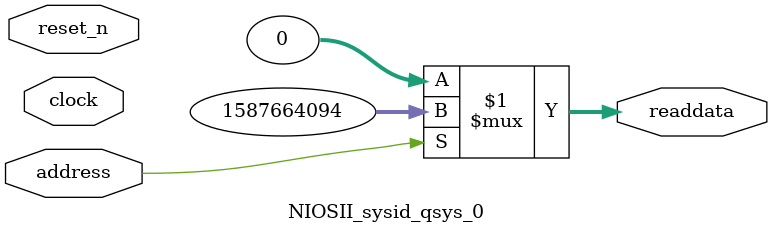
<source format=v>



// synthesis translate_off
`timescale 1ns / 1ps
// synthesis translate_on

// turn off superfluous verilog processor warnings 
// altera message_level Level1 
// altera message_off 10034 10035 10036 10037 10230 10240 10030 

module NIOSII_sysid_qsys_0 (
               // inputs:
                address,
                clock,
                reset_n,

               // outputs:
                readdata
             )
;

  output  [ 31: 0] readdata;
  input            address;
  input            clock;
  input            reset_n;

  wire    [ 31: 0] readdata;
  //control_slave, which is an e_avalon_slave
  assign readdata = address ? 1587664094 : 0;

endmodule



</source>
